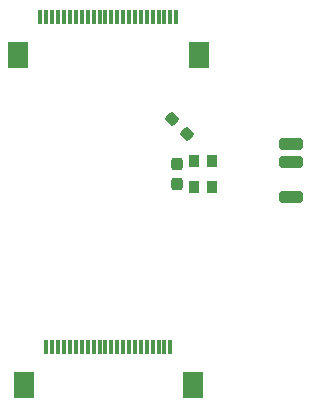
<source format=gbr>
%TF.GenerationSoftware,KiCad,Pcbnew,9.0.6*%
%TF.CreationDate,2026-01-08T09:33:55+01:00*%
%TF.ProjectId,Adapat_24pin_22pin,41646170-6174-45f3-9234-70696e5f3232,rev?*%
%TF.SameCoordinates,Original*%
%TF.FileFunction,Paste,Top*%
%TF.FilePolarity,Positive*%
%FSLAX46Y46*%
G04 Gerber Fmt 4.6, Leading zero omitted, Abs format (unit mm)*
G04 Created by KiCad (PCBNEW 9.0.6) date 2026-01-08 09:33:55*
%MOMM*%
%LPD*%
G01*
G04 APERTURE LIST*
G04 Aperture macros list*
%AMRoundRect*
0 Rectangle with rounded corners*
0 $1 Rounding radius*
0 $2 $3 $4 $5 $6 $7 $8 $9 X,Y pos of 4 corners*
0 Add a 4 corners polygon primitive as box body*
4,1,4,$2,$3,$4,$5,$6,$7,$8,$9,$2,$3,0*
0 Add four circle primitives for the rounded corners*
1,1,$1+$1,$2,$3*
1,1,$1+$1,$4,$5*
1,1,$1+$1,$6,$7*
1,1,$1+$1,$8,$9*
0 Add four rect primitives between the rounded corners*
20,1,$1+$1,$2,$3,$4,$5,0*
20,1,$1+$1,$4,$5,$6,$7,0*
20,1,$1+$1,$6,$7,$8,$9,0*
20,1,$1+$1,$8,$9,$2,$3,0*%
G04 Aperture macros list end*
%ADD10R,0.300000X1.300000*%
%ADD11R,1.800000X2.200000*%
%ADD12RoundRect,0.237500X-0.237500X0.300000X-0.237500X-0.300000X0.237500X-0.300000X0.237500X0.300000X0*%
%ADD13R,0.900000X1.000000*%
%ADD14RoundRect,0.150000X0.850000X0.350000X-0.850000X0.350000X-0.850000X-0.350000X0.850000X-0.350000X0*%
%ADD15RoundRect,0.237500X0.344715X-0.008839X-0.008839X0.344715X-0.344715X0.008839X0.008839X-0.344715X0*%
G04 APERTURE END LIST*
D10*
%TO.C,J1*%
X30250000Y-19200000D03*
X30750000Y-19200000D03*
X31250000Y-19200000D03*
X31750000Y-19200000D03*
X32250000Y-19200000D03*
X32750000Y-19200000D03*
X33250000Y-19200000D03*
X33750000Y-19200000D03*
X34250000Y-19200000D03*
X34750000Y-19200000D03*
X35250000Y-19200000D03*
X35750000Y-19200000D03*
X36250000Y-19200000D03*
X36750000Y-19200000D03*
X37250000Y-19200000D03*
X37750000Y-19200000D03*
X38250000Y-19200000D03*
X38750000Y-19200000D03*
X39250000Y-19200000D03*
X39750000Y-19200000D03*
X40250000Y-19200000D03*
X40750000Y-19200000D03*
X41250000Y-19200000D03*
X41750000Y-19200000D03*
D11*
X28350000Y-22450000D03*
X43650000Y-22450000D03*
%TD*%
D12*
%TO.C,C1*%
X41775000Y-31637500D03*
X41775000Y-33362500D03*
%TD*%
D13*
%TO.C,Y1*%
X44775000Y-33575000D03*
X44775000Y-31425000D03*
X43225000Y-31425000D03*
X43225000Y-33575000D03*
%TD*%
D14*
%TO.C,SW1*%
X51500000Y-34500000D03*
X51500000Y-31500000D03*
X51500000Y-30000000D03*
%TD*%
D15*
%TO.C,R1*%
X42645235Y-29145235D03*
X41354765Y-27854765D03*
%TD*%
D10*
%TO.C,J2*%
X30750000Y-47150000D03*
X31250000Y-47150000D03*
X31750000Y-47150000D03*
X32250000Y-47150000D03*
X32750000Y-47150000D03*
X33250000Y-47150000D03*
X33750000Y-47150000D03*
X34250000Y-47150000D03*
X34750000Y-47150000D03*
X35250000Y-47150000D03*
X35750000Y-47150000D03*
X36250000Y-47150000D03*
X36750000Y-47150000D03*
X37250000Y-47150000D03*
X37750000Y-47150000D03*
X38250000Y-47150000D03*
X38750000Y-47150000D03*
X39250000Y-47150000D03*
X39750000Y-47150000D03*
X40250000Y-47150000D03*
X40750000Y-47150000D03*
X41250000Y-47150000D03*
D11*
X28850000Y-50400000D03*
X43150000Y-50400000D03*
%TD*%
M02*

</source>
